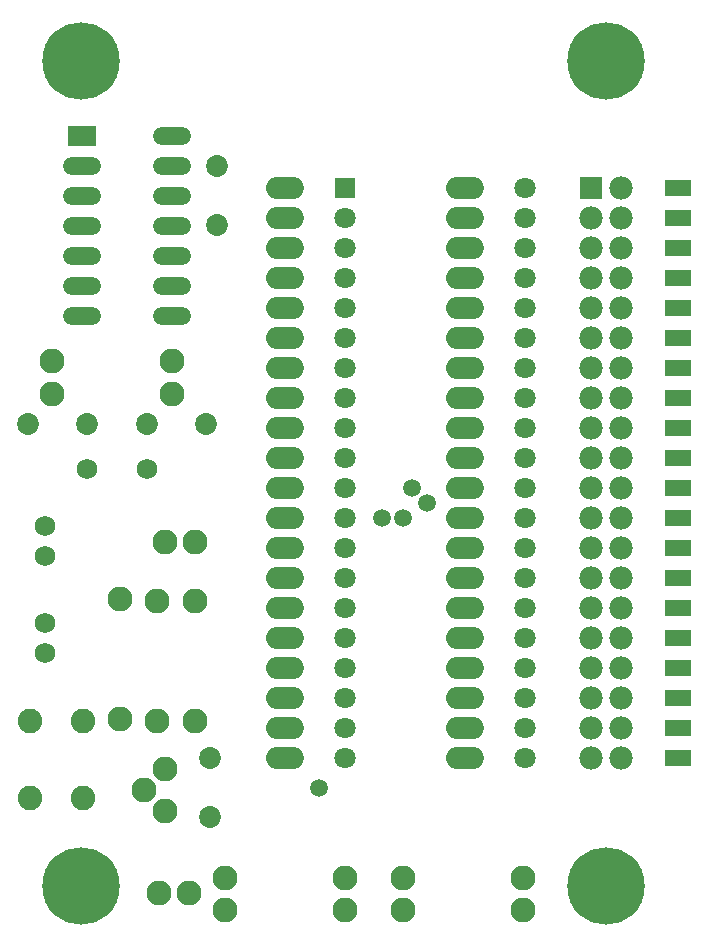
<source format=gts>
G04 Layer_Color=8388736*
%FSLAX25Y25*%
%MOIN*%
G70*
G01*
G75*
%ADD33R,0.08674X0.05800*%
%ADD34R,0.09300X0.07000*%
%ADD35O,0.12800X0.05918*%
%ADD36C,0.25800*%
%ADD37C,0.07300*%
%ADD38C,0.08300*%
%ADD39O,0.12611X0.07493*%
%ADD40C,0.07099*%
%ADD41R,0.07099X0.07099*%
%ADD42C,0.06800*%
%ADD43C,0.08200*%
%ADD44R,0.07800X0.07800*%
%ADD45C,0.07800*%
%ADD46C,0.05918*%
D33*
X693500Y390000D02*
D03*
Y380000D02*
D03*
Y370000D02*
D03*
Y360000D02*
D03*
Y350000D02*
D03*
Y340000D02*
D03*
Y330000D02*
D03*
Y320000D02*
D03*
Y310000D02*
D03*
Y300000D02*
D03*
Y290000D02*
D03*
Y280000D02*
D03*
Y270000D02*
D03*
Y260000D02*
D03*
Y250000D02*
D03*
Y240000D02*
D03*
Y230000D02*
D03*
Y220000D02*
D03*
Y210000D02*
D03*
Y200000D02*
D03*
D34*
X495000Y407500D02*
D03*
D35*
Y397500D02*
D03*
Y387500D02*
D03*
Y377500D02*
D03*
Y367500D02*
D03*
Y357500D02*
D03*
Y347500D02*
D03*
X525000D02*
D03*
Y357500D02*
D03*
Y367500D02*
D03*
Y377500D02*
D03*
Y387500D02*
D03*
Y397500D02*
D03*
Y407500D02*
D03*
D36*
X494500Y157500D02*
D03*
Y432500D02*
D03*
X669500D02*
D03*
Y157500D02*
D03*
D37*
X537500Y180314D02*
D03*
Y200000D02*
D03*
X476814Y311500D02*
D03*
X496500D02*
D03*
X536086D02*
D03*
X516400D02*
D03*
X540000Y397500D02*
D03*
Y377814D02*
D03*
D38*
X532500Y272000D02*
D03*
X522500D02*
D03*
X515500Y189500D02*
D03*
X522500Y196500D02*
D03*
Y182500D02*
D03*
X520000Y212500D02*
D03*
Y252500D02*
D03*
X532500D02*
D03*
Y212500D02*
D03*
X582500Y149500D02*
D03*
X542500D02*
D03*
X602000D02*
D03*
X642000D02*
D03*
X582500Y160000D02*
D03*
X542500D02*
D03*
X602000D02*
D03*
X642000D02*
D03*
X485000Y321500D02*
D03*
X525000D02*
D03*
X485000Y332500D02*
D03*
X525000D02*
D03*
X507500Y213000D02*
D03*
Y253000D02*
D03*
X530500Y155000D02*
D03*
X520500D02*
D03*
D39*
X562500Y390000D02*
D03*
Y380000D02*
D03*
Y370000D02*
D03*
Y360000D02*
D03*
Y350000D02*
D03*
Y340000D02*
D03*
Y330000D02*
D03*
Y320000D02*
D03*
Y310000D02*
D03*
Y300000D02*
D03*
Y290000D02*
D03*
Y280000D02*
D03*
Y270000D02*
D03*
Y260000D02*
D03*
Y250000D02*
D03*
Y240000D02*
D03*
Y230000D02*
D03*
Y220000D02*
D03*
Y210000D02*
D03*
Y200000D02*
D03*
X622500D02*
D03*
Y210000D02*
D03*
Y220000D02*
D03*
Y230000D02*
D03*
Y240000D02*
D03*
Y250000D02*
D03*
Y260000D02*
D03*
Y270000D02*
D03*
Y280000D02*
D03*
Y290000D02*
D03*
Y300000D02*
D03*
Y310000D02*
D03*
Y320000D02*
D03*
Y330000D02*
D03*
Y340000D02*
D03*
Y350000D02*
D03*
Y360000D02*
D03*
Y370000D02*
D03*
Y380000D02*
D03*
Y390000D02*
D03*
D40*
X642500Y330000D02*
D03*
Y240000D02*
D03*
Y300000D02*
D03*
Y310000D02*
D03*
Y290000D02*
D03*
Y260000D02*
D03*
Y270000D02*
D03*
Y280000D02*
D03*
Y250000D02*
D03*
Y370000D02*
D03*
Y380000D02*
D03*
Y390000D02*
D03*
Y360000D02*
D03*
Y340000D02*
D03*
Y350000D02*
D03*
Y320000D02*
D03*
Y210000D02*
D03*
Y230000D02*
D03*
Y220000D02*
D03*
Y200000D02*
D03*
X582500Y330000D02*
D03*
Y240000D02*
D03*
Y300000D02*
D03*
Y310000D02*
D03*
Y290000D02*
D03*
Y260000D02*
D03*
Y270000D02*
D03*
Y280000D02*
D03*
Y250000D02*
D03*
Y370000D02*
D03*
Y380000D02*
D03*
Y360000D02*
D03*
Y340000D02*
D03*
Y350000D02*
D03*
Y320000D02*
D03*
Y210000D02*
D03*
Y230000D02*
D03*
Y220000D02*
D03*
Y200000D02*
D03*
D41*
Y390000D02*
D03*
D42*
X496500Y296500D02*
D03*
X516500D02*
D03*
X482500Y267500D02*
D03*
Y277500D02*
D03*
Y235000D02*
D03*
Y245000D02*
D03*
D43*
X495300Y212500D02*
D03*
Y186900D02*
D03*
X477500Y212500D02*
D03*
Y186900D02*
D03*
D44*
X664500Y390000D02*
D03*
D45*
X674500D02*
D03*
X664500Y380000D02*
D03*
X674500D02*
D03*
X664500Y370000D02*
D03*
X674500D02*
D03*
X664500Y360000D02*
D03*
X674500D02*
D03*
X664500Y350000D02*
D03*
X674500D02*
D03*
X664500Y340000D02*
D03*
X674500D02*
D03*
X664500Y330000D02*
D03*
X674500D02*
D03*
X664500Y320000D02*
D03*
X674500D02*
D03*
X664500Y310000D02*
D03*
X674500D02*
D03*
X664500Y300000D02*
D03*
X674500D02*
D03*
X664500Y290000D02*
D03*
X674500D02*
D03*
X664500Y280000D02*
D03*
X674500D02*
D03*
X664500Y270000D02*
D03*
X674500D02*
D03*
X664500Y260000D02*
D03*
X674500D02*
D03*
X664500Y250000D02*
D03*
X674500D02*
D03*
X664500Y240000D02*
D03*
X674500D02*
D03*
X664500Y230000D02*
D03*
X674500D02*
D03*
X664500Y220000D02*
D03*
X674500D02*
D03*
X664500Y210000D02*
D03*
X674500D02*
D03*
X664500Y200000D02*
D03*
X674500D02*
D03*
D46*
X574000Y190000D02*
D03*
X595000Y280000D02*
D03*
X602000D02*
D03*
X610000Y285000D02*
D03*
X605000Y290000D02*
D03*
M02*

</source>
